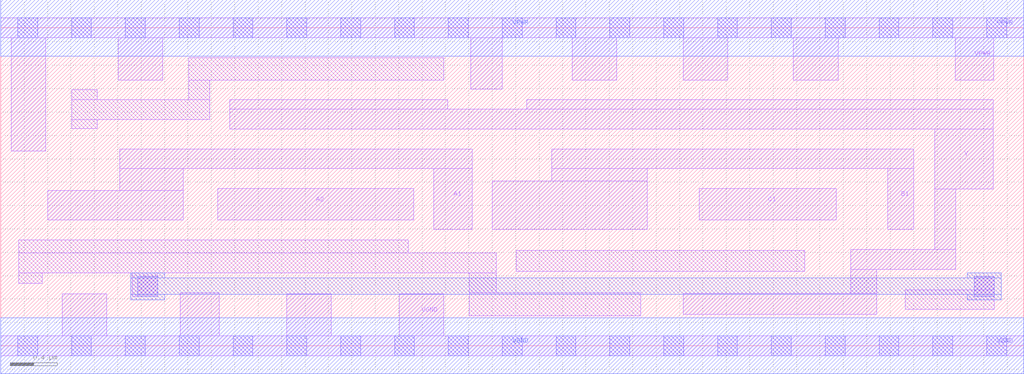
<source format=lef>
# Copyright 2020 The SkyWater PDK Authors
#
# Licensed under the Apache License, Version 2.0 (the "License");
# you may not use this file except in compliance with the License.
# You may obtain a copy of the License at
#
#     https://www.apache.org/licenses/LICENSE-2.0
#
# Unless required by applicable law or agreed to in writing, software
# distributed under the License is distributed on an "AS IS" BASIS,
# WITHOUT WARRANTIES OR CONDITIONS OF ANY KIND, either express or implied.
# See the License for the specific language governing permissions and
# limitations under the License.
#
# SPDX-License-Identifier: Apache-2.0

VERSION 5.7 ;
  NAMESCASESENSITIVE ON ;
  NOWIREEXTENSIONATPIN ON ;
  DIVIDERCHAR "/" ;
  BUSBITCHARS "[]" ;
UNITS
  DATABASE MICRONS 200 ;
END UNITS
PROPERTYDEFINITIONS
  MACRO maskLayoutSubType STRING ;
  MACRO prCellType STRING ;
  MACRO originalViewName STRING ;
END PROPERTYDEFINITIONS
MACRO sky130_fd_sc_hdll__o211ai_4
  CLASS CORE ;
  FOREIGN sky130_fd_sc_hdll__o211ai_4 ;
  ORIGIN  0.000000  0.000000 ;
  SIZE  8.740000 BY  2.720000 ;
  SYMMETRY X Y R90 ;
  SITE unithd ;
  PIN A1
    ANTENNAGATEAREA  1.110000 ;
    DIRECTION INPUT ;
    USE SIGNAL ;
    PORT
      LAYER li1 ;
        RECT 0.400000 1.075000 1.560000 1.330000 ;
        RECT 1.015000 1.330000 1.560000 1.515000 ;
        RECT 1.015000 1.515000 4.030000 1.685000 ;
        RECT 3.700000 0.995000 4.030000 1.515000 ;
    END
  END A1
  PIN A2
    ANTENNAGATEAREA  1.110000 ;
    DIRECTION INPUT ;
    USE SIGNAL ;
    PORT
      LAYER li1 ;
        RECT 1.855000 1.075000 3.530000 1.345000 ;
    END
  END A2
  PIN B1
    ANTENNAGATEAREA  1.110000 ;
    DIRECTION INPUT ;
    USE SIGNAL ;
    PORT
      LAYER li1 ;
        RECT 4.200000 0.995000 5.525000 1.410000 ;
        RECT 4.710000 1.410000 5.525000 1.515000 ;
        RECT 4.710000 1.515000 7.800000 1.685000 ;
        RECT 7.580000 0.995000 7.800000 1.515000 ;
    END
  END B1
  PIN C1
    ANTENNAGATEAREA  1.110000 ;
    DIRECTION INPUT ;
    USE SIGNAL ;
    PORT
      LAYER li1 ;
        RECT 5.970000 1.075000 7.140000 1.345000 ;
    END
  END C1
  PIN Y
    ANTENNADIFFAREA  2.218500 ;
    DIRECTION OUTPUT ;
    USE SIGNAL ;
    PORT
      LAYER li1 ;
        RECT 1.955000 1.855000 8.480000 2.025000 ;
        RECT 1.955000 2.025000 3.820000 2.105000 ;
        RECT 4.495000 2.025000 8.480000 2.105000 ;
        RECT 5.830000 0.270000 7.485000 0.450000 ;
        RECT 7.265000 0.450000 7.485000 0.655000 ;
        RECT 7.265000 0.655000 8.160000 0.825000 ;
        RECT 7.980000 0.825000 8.160000 1.340000 ;
        RECT 7.980000 1.340000 8.480000 1.855000 ;
    END
  END Y
  PIN VGND
    DIRECTION INOUT ;
    USE GROUND ;
    PORT
      LAYER li1 ;
        RECT 0.000000 -0.085000 8.740000 0.085000 ;
        RECT 0.525000  0.085000 0.905000 0.445000 ;
        RECT 1.535000  0.085000 1.865000 0.455000 ;
        RECT 2.445000  0.085000 2.825000 0.445000 ;
        RECT 3.405000  0.085000 3.785000 0.445000 ;
      LAYER mcon ;
        RECT 0.145000 -0.085000 0.315000 0.085000 ;
        RECT 0.605000 -0.085000 0.775000 0.085000 ;
        RECT 1.065000 -0.085000 1.235000 0.085000 ;
        RECT 1.525000 -0.085000 1.695000 0.085000 ;
        RECT 1.985000 -0.085000 2.155000 0.085000 ;
        RECT 2.445000 -0.085000 2.615000 0.085000 ;
        RECT 2.905000 -0.085000 3.075000 0.085000 ;
        RECT 3.365000 -0.085000 3.535000 0.085000 ;
        RECT 3.825000 -0.085000 3.995000 0.085000 ;
        RECT 4.285000 -0.085000 4.455000 0.085000 ;
        RECT 4.745000 -0.085000 4.915000 0.085000 ;
        RECT 5.205000 -0.085000 5.375000 0.085000 ;
        RECT 5.665000 -0.085000 5.835000 0.085000 ;
        RECT 6.125000 -0.085000 6.295000 0.085000 ;
        RECT 6.585000 -0.085000 6.755000 0.085000 ;
        RECT 7.045000 -0.085000 7.215000 0.085000 ;
        RECT 7.505000 -0.085000 7.675000 0.085000 ;
        RECT 7.965000 -0.085000 8.135000 0.085000 ;
        RECT 8.425000 -0.085000 8.595000 0.085000 ;
      LAYER met1 ;
        RECT 0.000000 -0.240000 8.740000 0.240000 ;
    END
  END VGND
  PIN VPWR
    DIRECTION INOUT ;
    USE POWER ;
    PORT
      LAYER li1 ;
        RECT 0.000000 2.635000 8.740000 2.805000 ;
        RECT 0.090000 1.665000 0.385000 2.635000 ;
        RECT 1.005000 2.275000 1.385000 2.635000 ;
        RECT 4.015000 2.195000 4.285000 2.635000 ;
        RECT 4.885000 2.275000 5.265000 2.635000 ;
        RECT 5.830000 2.275000 6.210000 2.635000 ;
        RECT 6.770000 2.275000 7.155000 2.635000 ;
        RECT 8.155000 2.275000 8.485000 2.635000 ;
      LAYER mcon ;
        RECT 0.145000 2.635000 0.315000 2.805000 ;
        RECT 0.605000 2.635000 0.775000 2.805000 ;
        RECT 1.065000 2.635000 1.235000 2.805000 ;
        RECT 1.525000 2.635000 1.695000 2.805000 ;
        RECT 1.985000 2.635000 2.155000 2.805000 ;
        RECT 2.445000 2.635000 2.615000 2.805000 ;
        RECT 2.905000 2.635000 3.075000 2.805000 ;
        RECT 3.365000 2.635000 3.535000 2.805000 ;
        RECT 3.825000 2.635000 3.995000 2.805000 ;
        RECT 4.285000 2.635000 4.455000 2.805000 ;
        RECT 4.745000 2.635000 4.915000 2.805000 ;
        RECT 5.205000 2.635000 5.375000 2.805000 ;
        RECT 5.665000 2.635000 5.835000 2.805000 ;
        RECT 6.125000 2.635000 6.295000 2.805000 ;
        RECT 6.585000 2.635000 6.755000 2.805000 ;
        RECT 7.045000 2.635000 7.215000 2.805000 ;
        RECT 7.505000 2.635000 7.675000 2.805000 ;
        RECT 7.965000 2.635000 8.135000 2.805000 ;
        RECT 8.425000 2.635000 8.595000 2.805000 ;
      LAYER met1 ;
        RECT 0.000000 2.480000 8.740000 2.960000 ;
    END
  END VPWR
  OBS
    LAYER li1 ;
      RECT 0.155000 0.535000 0.355000 0.625000 ;
      RECT 0.155000 0.625000 4.235000 0.795000 ;
      RECT 0.155000 0.795000 3.480000 0.905000 ;
      RECT 0.605000 1.860000 0.825000 1.935000 ;
      RECT 0.605000 1.935000 1.785000 2.105000 ;
      RECT 0.605000 2.105000 0.825000 2.190000 ;
      RECT 1.125000 0.425000 1.340000 0.625000 ;
      RECT 1.605000 2.105000 1.785000 2.275000 ;
      RECT 1.605000 2.275000 3.785000 2.465000 ;
      RECT 4.005000 0.255000 5.470000 0.455000 ;
      RECT 4.005000 0.455000 4.235000 0.625000 ;
      RECT 4.405000 0.635000 6.870000 0.815000 ;
      RECT 7.730000 0.310000 8.490000 0.480000 ;
      RECT 8.320000 0.480000 8.490000 0.595000 ;
    LAYER mcon ;
      RECT 1.170000 0.425000 1.340000 0.595000 ;
      RECT 8.320000 0.425000 8.490000 0.595000 ;
    LAYER met1 ;
      RECT 1.110000 0.395000 1.400000 0.440000 ;
      RECT 1.110000 0.440000 8.550000 0.580000 ;
      RECT 1.110000 0.580000 1.400000 0.625000 ;
      RECT 8.260000 0.395000 8.550000 0.440000 ;
      RECT 8.260000 0.580000 8.550000 0.625000 ;
  END
  PROPERTY maskLayoutSubType "abstract" ;
  PROPERTY prCellType "standard" ;
  PROPERTY originalViewName "layout" ;
END sky130_fd_sc_hdll__o211ai_4

</source>
